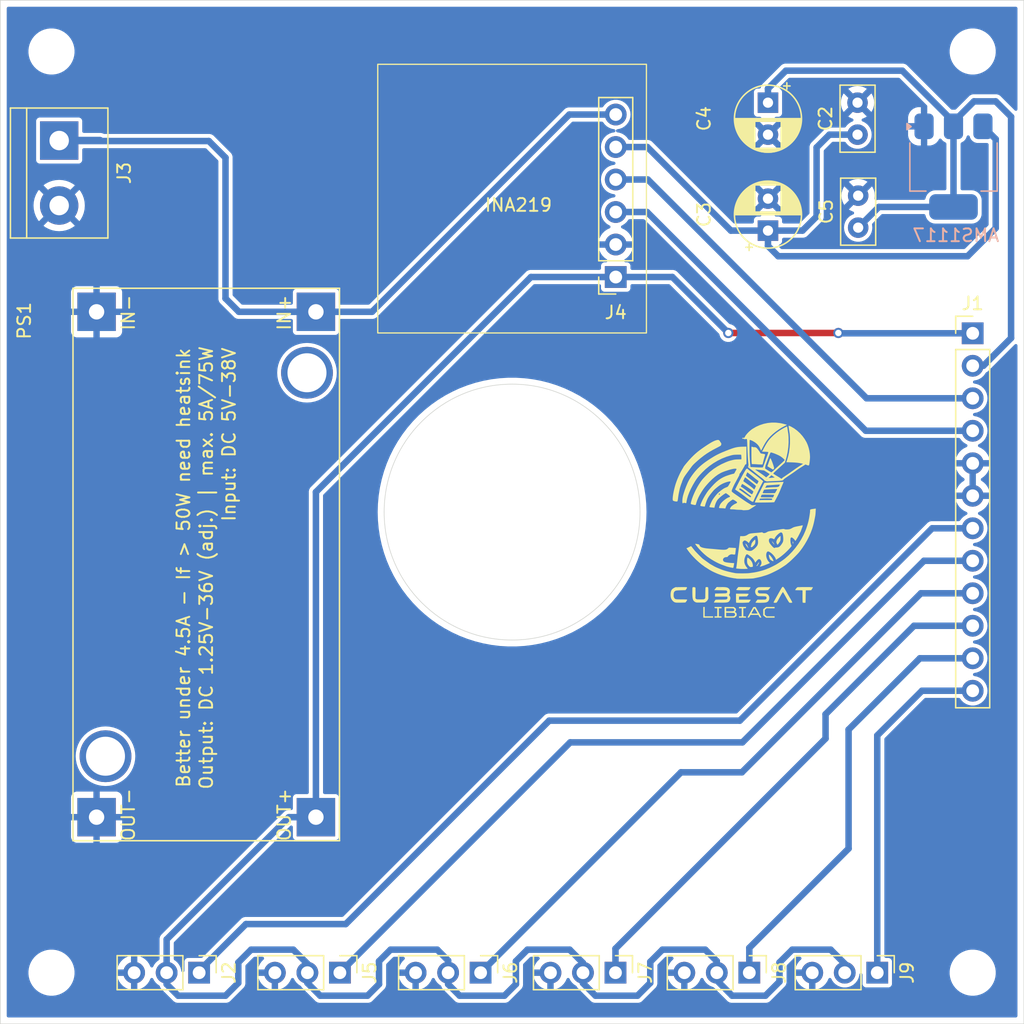
<source format=kicad_pcb>
(kicad_pcb (version 20240108) (generator "pcbnew") (generator_version "8.0")
  (layers (0 "F.Cu" signal) (31 "B.Cu" signal) (34 "B.Paste" user) (35 "F.Paste" user) (36 "B.SilkS" user "B.Silkscreen") (37 "F.SilkS" user "F.Silkscreen") (38 "B.Mask" user) (39 "F.Mask" user) (44 "Edge.Cuts" user))
  (net 0 "")
  (net 1 "VIN-")
  (net 2 "GND")
  (net 3 "3.3V")
  (net 4 "Vin+")
  (net 5 "5V")
  (net 6 "SCL")
  (net 7 "SDA")
  (net 8 "Motor 4")
  (net 9 "Motor 3")
  (net 10 "Motor 6")
  (net 11 "Motor 2")
  (net 12 "Motor 1")
  (net 13 "Motor 5")
  (footprint "MountingHole:MountingHole_3.2mm_M3_ISO14580" (layer "F.Cu") (at 114 126)
    (property "Reference" "H3" (hide yes))
    (property "Value" "M3" (hide yes))
    (pad "" np_thru_hole circle (at 0 0) (size 3.2 3.2) (drill 3.2) (layers "*.Cu" "*.Mask"))
  )
  (footprint "Connector_PinHeader_2.54mm:PinHeader_1x12_P2.54mm_Vertical" (layer "F.Cu") (at 186 76.025)
    (property "Reference" "J1" (at 0 -2.33 0) (layer "F.SilkS"))
    (property "Value" "MBoard")
    (pad "1" thru_hole rect (at 0 0) (size 1.7 1.7) (drill 1) (layers "*.Cu" "*.Mask") (net 5 "5V"))
    (pad "2" thru_hole oval (at 0 2.54) (size 1.7 1.7) (drill 1) (layers "*.Cu" "*.Mask") (net 3 "3.3V"))
    (pad "3" thru_hole oval (at 0 5.08) (size 1.7 1.7) (drill 1) (layers "*.Cu" "*.Mask") (net 7 "SDA"))
    (pad "4" thru_hole oval (at 0 7.62) (size 1.7 1.7) (drill 1) (layers "*.Cu" "*.Mask") (net 6 "SCL"))
    (pad "5" thru_hole oval (at 0 10.16) (size 1.7 1.7) (drill 1) (layers "*.Cu" "*.Mask") (net 2 "GND"))
    (pad "6" thru_hole oval (at 0 12.7) (size 1.7 1.7) (drill 1) (layers "*.Cu" "*.Mask") (net 2 "GND"))
    (pad "7" thru_hole oval (at 0 15.24) (size 1.7 1.7) (drill 1) (layers "*.Cu" "*.Mask") (net 12 "Motor 1"))
    (pad "8" thru_hole oval (at 0 17.78) (size 1.7 1.7) (drill 1) (layers "*.Cu" "*.Mask") (net 11 "Motor 2"))
    (pad "9" thru_hole oval (at 0 20.32) (size 1.7 1.7) (drill 1) (layers "*.Cu" "*.Mask") (net 9 "Motor 3"))
    (pad "10" thru_hole oval (at 0 22.86) (size 1.7 1.7) (drill 1) (layers "*.Cu" "*.Mask") (net 8 "Motor 4"))
    (pad "11" thru_hole oval (at 0 25.4) (size 1.7 1.7) (drill 1) (layers "*.Cu" "*.Mask") (net 13 "Motor 5"))
    (pad "12" thru_hole oval (at 0 27.94) (size 1.7 1.7) (drill 1) (layers "*.Cu" "*.Mask") (net 10 "Motor 6"))
  )
  (footprint "Libiac_lib:XL4005_DC-DC" (layer "F.Cu") (at 115.681 72.505 -90)
    (property "Reference" "PS1" (at 2.54 3.81 90) (layer "F.SilkS"))
    (property "Value" "XL4005_DC-DC")
    (fp_text user "Output: DC 1.25V-36V (adj.) | max. 5A/75W" (at 21.844 -10.414 90) (layer "F.SilkS"))
    (fp_text user "IN+" (at 1.905 -16.51 90) (layer "F.SilkS"))
    (fp_text user "OUT+" (at 41.148 -16.51 90) (layer "F.SilkS"))
    (fp_text user "Input: DC 5V-38V" (at 11.43 -12.192 90) (layer "F.SilkS"))
    (fp_text user "Better under 4.5A - If > 50W need heatsink" (at 21.844 -8.636 90) (layer "F.SilkS"))
    (fp_text user "IN-" (at 1.905 -4.318 90) (layer "F.SilkS"))
    (fp_text user "OUT-" (at 41.148 -4.318 90) (layer "F.SilkS"))
    (pad "" thru_hole circle (at 6.604 -18.288 270) (size 4.048 4.048) (drill 3.048) (layers "*.Cu" "*.Mask"))
    (pad "" thru_hole circle (at 36.576 -2.54 270) (size 4.048 4.048) (drill 3.048) (layers "*.Cu" "*.Mask"))
    (pad "1" thru_hole rect (at 1.8415 -18.9865 270) (size 3 3) (drill 1.2) (layers "*.Cu" "*.Mask") (net 4 "Vin+"))
    (pad "2" thru_hole rect (at 1.8415 -1.8415 270) (size 3 3) (drill 1.2) (layers "*.Cu" "*.Mask") (net 2 "GND"))
    (pad "3" thru_hole rect (at 41.3385 -18.9865 270) (size 3 3) (drill 1.2) (layers "*.Cu" "*.Mask") (net 5 "5V"))
    (pad "4" thru_hole rect (at 41.3385 -1.8415 270) (size 3 3) (drill 1.2) (layers "*.Cu" "*.Mask") (net 2 "GND"))
  )
  (footprint "Capacitor_THT:CP_Radial_D5.0mm_P2.50mm" (layer "F.Cu") (at 170 68 90)
    (property "Reference" "C3" (at 1.25 -5 90) (layer "F.SilkS"))
    (property "Value" "10uF")
    (pad "1" thru_hole rect (at 0 0 90) (size 1.6 1.6) (drill 0.8) (layers "*.Cu" "*.Mask") (net 1 "VIN-"))
    (pad "2" thru_hole circle (at 2.5 0 90) (size 1.6 1.6) (drill 0.8) (layers "*.Cu" "*.Mask") (net 2 "GND"))
  )
  (footprint "Connector_PinHeader_2.54mm:PinHeader_1x03_P2.54mm_Vertical" (layer "F.Cu") (at 158.08 126 -90)
    (property "Reference" "J7" (at 0 -2.33 90) (layer "F.SilkS"))
    (property "Value" "SERVO4")
    (pad "1" thru_hole rect (at 0 0 270) (size 1.7 1.7) (drill 1) (layers "*.Cu" "*.Mask") (net 8 "Motor 4"))
    (pad "2" thru_hole oval (at 0 2.54 270) (size 1.7 1.7) (drill 1) (layers "*.Cu" "*.Mask") (net 5 "5V"))
    (pad "3" thru_hole oval (at 0 5.08 270) (size 1.7 1.7) (drill 1) (layers "*.Cu" "*.Mask") (net 2 "GND"))
  )
  (footprint "Libiac:Libiac" (layer "F.Cu") (at 168 91)
    (property "Reference" "G***" (hide yes))
    (property "Value" "LOGO" (hide yes))
  )
  (footprint "Capacitor_THT:C_Disc_D5.0mm_W2.5mm_P2.50mm" (layer "F.Cu") (at 177 60.5 90)
    (property "Reference" "C2" (at 1.25 -2.5 90) (layer "F.SilkS"))
    (property "Value" "100nF")
    (pad "1" thru_hole circle (at 0 0 90) (size 1.6 1.6) (drill 0.8) (layers "*.Cu" "*.Mask") (net 1 "VIN-"))
    (pad "2" thru_hole circle (at 2.5 0 90) (size 1.6 1.6) (drill 0.8) (layers "*.Cu" "*.Mask") (net 2 "GND"))
  )
  (footprint "Connector_PinHeader_2.54mm:PinHeader_1x03_P2.54mm_Vertical" (layer "F.Cu") (at 147.54 126 -90)
    (property "Reference" "J6" (at 0 -2.33 90) (layer "F.SilkS"))
    (property "Value" "SERVO3")
    (pad "1" thru_hole rect (at 0 0 270) (size 1.7 1.7) (drill 1) (layers "*.Cu" "*.Mask") (net 9 "Motor 3"))
    (pad "2" thru_hole oval (at 0 2.54 270) (size 1.7 1.7) (drill 1) (layers "*.Cu" "*.Mask") (net 5 "5V"))
    (pad "3" thru_hole oval (at 0 5.08 270) (size 1.7 1.7) (drill 1) (layers "*.Cu" "*.Mask") (net 2 "GND"))
  )
  (footprint "TerminalBlock:TerminalBlock_bornier-2_P5.08mm" (layer "F.Cu") (at 114.6 60.96 -90)
    (property "Reference" "J3" (at 2.54 -5.08 90) (layer "F.SilkS"))
    (property "Value" "PWR")
    (pad "1" thru_hole rect (at 0 0 270) (size 3 3) (drill 1.52) (layers "*.Cu" "*.Mask") (net 4 "Vin+"))
    (pad "2" thru_hole circle (at 5.08 0 270) (size 3 3) (drill 1.52) (layers "*.Cu" "*.Mask") (net 2 "GND"))
  )
  (footprint "MountingHole:MountingHole_3.2mm_M3_ISO14580" (layer "F.Cu") (at 186 126)
    (property "Reference" "H4" (hide yes))
    (property "Value" "M4" (hide yes))
    (pad "" np_thru_hole circle (at 0 0) (size 3.2 3.2) (drill 3.2) (layers "*.Cu" "*.Mask"))
  )
  (footprint "Capacitor_THT:C_Disc_D5.0mm_W2.5mm_P2.50mm" (layer "F.Cu") (at 177.0486 67.7676 90)
    (property "Reference" "C5" (at 1.25 -2.5 90) (layer "F.SilkS"))
    (property "Value" "100nF")
    (pad "1" thru_hole circle (at 0 0 90) (size 1.6 1.6) (drill 0.8) (layers "*.Cu" "*.Mask") (net 3 "3.3V"))
    (pad "2" thru_hole circle (at 2.5 0 90) (size 1.6 1.6) (drill 0.8) (layers "*.Cu" "*.Mask") (net 2 "GND"))
  )
  (footprint "Capacitor_THT:CP_Radial_D5.0mm_P2.50mm" (layer "F.Cu") (at 170 58 -90)
    (property "Reference" "C4" (at 1.25 5 90) (layer "F.SilkS"))
    (property "Value" "10uF")
    (pad "1" thru_hole rect (at 0 0 270) (size 1.6 1.6) (drill 0.8) (layers "*.Cu" "*.Mask") (net 3 "3.3V"))
    (pad "2" thru_hole circle (at 2.5 0 270) (size 1.6 1.6) (drill 0.8) (layers "*.Cu" "*.Mask") (net 2 "GND"))
  )
  (footprint "Connector_PinSocket_2.54mm:PinSocket_1x06_P2.54mm_Vertical" (layer "F.Cu") (at 158.100946 71.627333 180)
    (property "Reference" "J4" (at 0 -2.77 360) (layer "F.SilkS"))
    (property "Value" "INA219" (at 7.600946 5.627333 360) (layer "F.SilkS"))
    (pad "1" thru_hole rect (at 0 0 180) (size 1.7 1.7) (drill 1) (layers "*.Cu" "*.Mask") (net 5 "5V"))
    (pad "2" thru_hole oval (at 0 2.54 180) (size 1.7 1.7) (drill 1) (layers "*.Cu" "*.Mask") (net 2 "GND"))
    (pad "3" thru_hole oval (at 0 5.08 180) (size 1.7 1.7) (drill 1) (layers "*.Cu" "*.Mask") (net 6 "SCL"))
    (pad "4" thru_hole oval (at 0 7.62 180) (size 1.7 1.7) (drill 1) (layers "*.Cu" "*.Mask") (net 7 "SDA"))
    (pad "5" thru_hole oval (at 0 10.16 180) (size 1.7 1.7) (drill 1) (layers "*.Cu" "*.Mask") (net 1 "VIN-"))
    (pad "6" thru_hole oval (at 0 12.7 180) (size 1.7 1.7) (drill 1) (layers "*.Cu" "*.Mask") (net 4 "Vin+"))
  )
  (footprint "MountingHole:MountingHole_3.2mm_M3_ISO14580" (layer "F.Cu") (at 114 54)
    (property "Reference" "H1" (hide yes))
    (property "Value" "M1" (hide yes))
    (pad "" np_thru_hole circle (at 0 0) (size 3.2 3.2) (drill 3.2) (layers "*.Cu" "*.Mask"))
  )
  (footprint "Connector_PinHeader_2.54mm:PinHeader_1x03_P2.54mm_Vertical" (layer "F.Cu") (at 125.54 126 -90)
    (property "Reference" "J2" (at 0 -2.33 90) (layer "F.SilkS"))
    (property "Value" "SERVO1")
    (pad "1" thru_hole rect (at 0 0 270) (size 1.7 1.7) (drill 1) (layers "*.Cu" "*.Mask") (net 12 "Motor 1"))
    (pad "2" thru_hole oval (at 0 2.54 270) (size 1.7 1.7) (drill 1) (layers "*.Cu" "*.Mask") (net 5 "5V"))
    (pad "3" thru_hole oval (at 0 5.08 270) (size 1.7 1.7) (drill 1) (layers "*.Cu" "*.Mask") (net 2 "GND"))
  )
  (footprint "MountingHole:MountingHole_3.2mm_M3_ISO14580" (layer "F.Cu") (at 186 54)
    (property "Reference" "H2" (hide yes))
    (property "Value" "M2" (hide yes))
    (pad "" np_thru_hole circle (at 0 0) (size 3.2 3.2) (drill 3.2) (layers "*.Cu" "*.Mask"))
  )
  (footprint "Connector_PinHeader_2.54mm:PinHeader_1x03_P2.54mm_Vertical" (layer "F.Cu") (at 136.54 126 -90)
    (property "Reference" "J5" (at 0 -2.33 90) (layer "F.SilkS"))
    (property "Value" "SERVO2")
    (pad "1" thru_hole rect (at 0 0 270) (size 1.7 1.7) (drill 1) (layers "*.Cu" "*.Mask") (net 11 "Motor 2"))
    (pad "2" thru_hole oval (at 0 2.54 270) (size 1.7 1.7) (drill 1) (layers "*.Cu" "*.Mask") (net 5 "5V"))
    (pad "3" thru_hole oval (at 0 5.08 270) (size 1.7 1.7) (drill 1) (layers "*.Cu" "*.Mask") (net 2 "GND"))
  )
  (footprint "Connector_PinHeader_2.54mm:PinHeader_1x03_P2.54mm_Vertical" (layer "F.Cu") (at 178.54 126 -90)
    (property "Reference" "J9" (at 0 -2.33 90) (layer "F.SilkS"))
    (property "Value" "SERVO6")
    (pad "1" thru_hole rect (at 0 0 270) (size 1.7 1.7) (drill 1) (layers "*.Cu" "*.Mask") (net 10 "Motor 6"))
    (pad "2" thru_hole oval (at 0 2.54 270) (size 1.7 1.7) (drill 1) (layers "*.Cu" "*.Mask") (net 5 "5V"))
    (pad "3" thru_hole oval (at 0 5.08 270) (size 1.7 1.7) (drill 1) (layers "*.Cu" "*.Mask") (net 2 "GND"))
  )
  (footprint "Connector_PinHeader_2.54mm:PinHeader_1x03_P2.54mm_Vertical" (layer "F.Cu") (at 168.54 126 -90)
    (property "Reference" "J8" (at 0 -2.33 90) (layer "F.SilkS"))
    (property "Value" "SERVO5")
    (pad "1" thru_hole rect (at 0 0 270) (size 1.7 1.7) (drill 1) (layers "*.Cu" "*.Mask") (net 13 "Motor 5"))
    (pad "2" thru_hole oval (at 0 2.54 270) (size 1.7 1.7) (drill 1) (layers "*.Cu" "*.Mask") (net 5 "5V"))
    (pad "3" thru_hole oval (at 0 5.08 270) (size 1.7 1.7) (drill 1) (layers "*.Cu" "*.Mask") (net 2 "GND"))
  )
  (footprint "Package_TO_SOT_SMD:SOT-223-3_TabPin2" (layer "B.Cu") (at 184.5 63 -90)
    (property "Reference" "U2")
    (property "Value" "AMS1117" (at 5.369852 -0.182217 360) (layer "B.SilkS") (effects (justify mirror)))
    (pad "1" smd roundrect (at -3.15 2.3 270) (size 2 1.5) (layers "B.Cu" "B.Paste" "B.Mask") (net 2 "GND"))
    (pad "2" smd roundrect (at -3.15 0 270) (size 2 1.5) (layers "B.Cu" "B.Paste" "B.Mask") (net 3 "3.3V"))
    (pad "2" smd roundrect (at 3.15 0 270) (size 2 3.8) (layers "B.Cu" "B.Paste" "B.Mask") (net 3 "3.3V"))
    (pad "3" smd roundrect (at -3.15 -2.3 270) (size 2 1.5) (layers "B.Cu" "B.Paste" "B.Mask") (net 1 "VIN-"))
  )
  (gr_rect (start 160.5 76) (end 139.5 55) (stroke (width 0.1)) (fill none) (layer "F.SilkS"))
  (gr_rect (start 110 50) (end 190 130) (stroke (width 0.05)) (fill none) (layer "Edge.Cuts"))
  (gr_circle (center 150 90) (end 160 90) (stroke (width 0.05)) (fill none) (layer "Edge.Cuts"))
  (segment (start 158.100946 61.467333) (end 160.567333 61.467333) (width 0.508) (layer "B.Cu") (net 1))
  (segment (start 170.8 70) (end 185.6 70) (width 0.508) (layer "B.Cu") (net 1))
  (segment (start 172.7 68) (end 170 68) (width 0.508) (layer "B.Cu") (net 1))
  (segment (start 187.8 67.8) (end 187.8 60.85) (width 0.508) (layer "B.Cu") (net 1))
  (segment (start 174.8 60.5) (end 173.8 61.5) (width 0.508) (layer "B.Cu") (net 1))
  (segment (start 170 69.2) (end 170.8 70) (width 0.508) (layer "B.Cu") (net 1))
  (segment (start 177 60.5) (end 174.8 60.5) (width 0.508) (layer "B.Cu") (net 1))
  (segment (start 173.8 66.9) (end 172.7 68) (width 0.508) (layer "B.Cu") (net 1))
  (segment (start 173.8 61.5) (end 173.8 66.9) (width 0.508) (layer "B.Cu") (net 1))
  (segment (start 167.1 68) (end 170 68) (width 0.508) (layer "B.Cu") (net 1))
  (segment (start 170 68) (end 170 69.2) (width 0.508) (layer "B.Cu") (net 1))
  (segment (start 185.6 70) (end 187.8 67.8) (width 0.508) (layer "B.Cu") (net 1))
  (segment (start 187.8 60.85) (end 186.8 59.85) (width 0.508) (layer "B.Cu") (net 1))
  (segment (start 160.567333 61.467333) (end 167.1 68) (width 0.508) (layer "B.Cu") (net 1))
  (segment (start 171.4 55.5) (end 170 56.9) (width 0.508) (layer "B.Cu") (net 3))
  (segment (start 184.5 59.5) (end 186.1 57.9) (width 0.508) (layer "B.Cu") (net 3))
  (segment (start 184.5 66.15) (end 178.6662 66.15) (width 0.508) (layer "B.Cu") (net 3))
  (segment (start 189 76.4) (end 186.835 78.565) (width 0.508) (layer "B.Cu") (net 3))
  (segment (start 184.5 59.85) (end 184.5 59.5) (width 0.508) (layer "B.Cu") (net 3))
  (segment (start 184.5 59.85) (end 184.5 66.15) (width 0.508) (layer "B.Cu") (net 3))
  (segment (start 184.5 59.5) (end 180.5 55.5) (width 0.508) (layer "B.Cu") (net 3))
  (segment (start 187.8 57.9) (end 189 59.1) (width 0.508) (layer "B.Cu") (net 3))
  (segment (start 186.1 57.9) (end 187.8 57.9) (width 0.508) (layer "B.Cu") (net 3))
  (segment (start 170 56.9) (end 170 58) (width 0.508) (layer "B.Cu") (net 3))
  (segment (start 180.5 55.5) (end 171.4 55.5) (width 0.508) (layer "B.Cu") (net 3))
  (segment (start 189 59.1) (end 189 76.4) (width 0.508) (layer "B.Cu") (net 3))
  (segment (start 186.835 78.565) (end 186 78.565) (width 0.508) (layer "B.Cu") (net 3))
  (segment (start 178.6662 66.15) (end 177.0486 67.7676) (width 0.508) (layer "B.Cu") (net 3))
  (segment (start 134.6675 74.3465) (end 128.6465 74.3465) (width 0.508) (layer "B.Cu") (net 4))
  (segment (start 154.472667 58.927333) (end 139.0535 74.3465) (width 0.508) (layer "B.Cu") (net 4))
  (segment (start 127.6 73.3) (end 127.6 62.3) (width 0.508) (layer "B.Cu") (net 4))
  (segment (start 114.6 60.96) (end 114.64 60.92) (width 0.508) (layer "B.Cu") (net 4))
  (segment (start 127.6 62.3) (end 126.3 61) (width 0.508) (layer "B.Cu") (net 4))
  (segment (start 126.3 61) (end 114.64 61) (width 0.508) (layer "B.Cu") (net 4))
  (segment (start 158.100946 58.927333) (end 154.472667 58.927333) (width 0.508) (layer "B.Cu") (net 4))
  (segment (start 128.6465 74.3465) (end 127.6 73.3) (width 0.508) (layer "B.Cu") (net 4))
  (segment (start 114.64 61) (end 114.6 60.96) (width 0.508) (layer "B.Cu") (net 4))
  (segment (start 114.64 60.92) (end 117.8 60.92) (width 0.508) (layer "B.Cu") (net 4))
  (segment (start 139.0535 74.3465) (end 134.6675 74.3465) (width 0.508) (layer "B.Cu") (net 4))
  (segment (start 175.5 76) (end 166.9 76) (width 0.508) (layer "F.Cu") (net 5))
  (via (at 166.9 76) (size 0.8) (drill 0.5) (layers "F.Cu" "B.Cu") (net 5))
  (via (at 175.5 76) (size 0.8) (drill 0.5) (layers "F.Cu" "B.Cu") (net 5))
  (segment (start 150.3 125.1) (end 150.3 126.9) (width 0.508) (layer "B.Cu") (net 5))
  (segment (start 151.472667 71.627333) (end 134.6675 88.4325) (width 0.508) (layer "B.Cu") (net 5))
  (segment (start 134 126.8) (end 134 126) (width 0.508) (layer "B.Cu") (net 5))
  (segment (start 128.6 126.8) (end 127.6 127.8) (width 0.508) (layer "B.Cu") (net 5))
  (segment (start 165.1 124.2) (end 161.75 124.2) (width 0.508) (layer "B.Cu") (net 5))
  (segment (start 166 125.1) (end 165.1 124.2) (width 0.508) (layer "B.Cu") (net 5))
  (segment (start 145 125.05) (end 144.15 124.2) (width 0.508) (layer "B.Cu") (net 5))
  (segment (start 167.2 127.8) (end 166 126.6) (width 0.508) (layer "B.Cu") (net 5))
  (segment (start 159.8 127.8) (end 156.52 127.8) (width 0.508) (layer "B.Cu") (net 5))
  (segment (start 132.9 124.2) (end 129.6 124.2) (width 0.508) (layer "B.Cu") (net 5))
  (segment (start 155.54 125.24) (end 154.5 124.2) (width 0.508) (layer "B.Cu") (net 5))
  (segment (start 135 127.8) (end 134 126.8) (width 0.508) (layer "B.Cu") (net 5))
  (segment (start 145 126.9) (end 145 126) (width 0.508) (layer "B.Cu") (net 5))
  (segment (start 166.9 76) (end 162.527333 71.627333) (width 0.508) (layer "B.Cu") (net 5))
  (segment (start 129.6 124.2) (end 128.6 125.2) (width 0.508) (layer "B.Cu") (net 5))
  (segment (start 139.6 126.9) (end 138.7 127.8) (width 0.508) (layer "B.Cu") (net 5))
  (segment (start 132.5565 113.8435) (end 134.6675 113.8435) (width 0.508) (layer "B.Cu") (net 5))
  (segment (start 166 126.6) (end 166 126) (width 0.508) (layer "B.Cu") (net 5))
  (segment (start 176 126) (end 176 125.3) (width 0.508) (layer "B.Cu") (net 5))
  (segment (start 176 125.3) (end 174.9 124.2) (width 0.508) (layer "B.Cu") (net 5))
  (segment (start 171.9 124.2) (end 170.9 125.2) (width 0.508) (layer "B.Cu") (net 5))
  (segment (start 151.2 124.2) (end 150.3 125.1) (width 0.508) (layer "B.Cu") (net 5))
  (segment (start 139.6 125.1) (end 139.6 126.9) (width 0.508) (layer "B.Cu") (net 5))
  (segment (start 149.4 127.8) (end 145.9 127.8) (width 0.508) (layer "B.Cu") (net 5))
  (segment (start 134.6675 88.4325) (end 134.6675 113.8435) (width 0.508) (layer "B.Cu") (net 5))
  (segment (start 169.8 127.8) (end 167.2 127.8) (width 0.508) (layer "B.Cu") (net 5))
  (segment (start 145.9 127.8) (end 145 126.9) (width 0.508) (layer "B.Cu") (net 5))
  (segment (start 140.5 124.2) (end 139.6 125.1) (width 0.508) (layer "B.Cu") (net 5))
  (segment (start 156.52 127.8) (end 155.54 126.82) (width 0.508) (layer "B.Cu") (net 5))
  (segment (start 150.3 126.9) (end 149.4 127.8) (width 0.508) (layer "B.Cu") (net 5))
  (segment (start 145 126) (end 145 125.05) (width 0.508) (layer "B.Cu") (net 5))
  (segment (start 170.9 126.7) (end 169.8 127.8) (width 0.508) (layer "B.Cu") (net 5))
  (segment (start 170.9 125.2) (end 170.9 126.7) (width 0.508) (layer "B.Cu") (net 5))
  (segment (start 134 125.3) (end 132.9 124.2) (width 0.508) (layer "B.Cu") (net 5))
  (segment (start 123 123.4) (end 132.5565 113.8435) (width 0.508) (layer "B.Cu") (net 5))
  (segment (start 155.54 126.82) (end 155.54 126) (width 0.508) (layer "B.Cu") (net 5))
  (segment (start 174.9 124.2) (end 171.9 124.2) (width 0.508) (layer "B.Cu") (net 5))
  (segment (start 162.527333 71.627333) (end 158.100946 71.627333) (width 0.508) (layer "B.Cu") (net 5))
  (segment (start 175.525 76.025) (end 175.5 76) (width 0.508) (layer "B.Cu") (net 5))
  (segment (start 123.9 127.8) (end 123 126.9) (width 0.508) (layer "B.Cu") (net 5))
  (segment (start 158.100946 71.627333) (end 151.472667 71.627333) (width 0.508) (layer "B.Cu") (net 5))
  (segment (start 166 126) (end 166 125.1) (width 0.508) (layer "B.Cu") (net 5))
  (segment (start 160.8 126.8) (end 159.8 127.8) (width 0.508) (layer "B.Cu") (net 5))
  (segment (start 144.15 124.2) (end 140.5 124.2) (width 0.508) (layer "B.Cu") (net 5))
  (segment (start 161.75 124.2) (end 160.8 125.15) (width 0.508) (layer "B.Cu") (net 5))
  (segment (start 160.8 125.15) (end 160.8 126.8) (width 0.508) (layer "B.Cu") (net 5))
  (segment (start 155.54 126) (end 155.54 125.24) (width 0.508) (layer "B.Cu") (net 5))
  (segment (start 127.6 127.8) (end 123.9 127.8) (width 0.508) (layer "B.Cu") (net 5))
  (segment (start 123 126.9) (end 123 126) (width 0.508) (layer "B.Cu") (net 5))
  (segment (start 186 76.025) (end 175.525 76.025) (width 0.508) (layer "B.Cu") (net 5))
  (segment (start 154.5 124.2) (end 151.2 124.2) (width 0.508) (layer "B.Cu") (net 5))
  (segment (start 128.6 125.2) (end 128.6 126.8) (width 0.508) (layer "B.Cu") (net 5))
  (segment (start 123 126) (end 123 123.4) (width 0.508) (layer "B.Cu") (net 5))
  (segment (start 134 126) (end 134 125.3) (width 0.508) (layer "B.Cu") (net 5))
  (segment (start 138.7 127.8) (end 135 127.8) (width 0.508) (layer "B.Cu") (net 5))
  (segment (start 158.100946 66.547333) (end 160.547333 66.547333) (width 0.508) (layer "B.Cu") (net 6))
  (segment (start 177.645 83.645) (end 186 83.645) (width 0.508) (layer "B.Cu") (net 6))
  (segment (start 160.547333 66.547333) (end 177.645 83.645) (width 0.508) (layer "B.Cu") (net 6))
  (segment (start 158.100946 64.007333) (end 160.607333 64.007333) (width 0.508) (layer "B.Cu") (net 7))
  (segment (start 177.705 81.105) (end 186 81.105) (width 0.508) (layer "B.Cu") (net 7))
  (segment (start 160.607333 64.007333) (end 177.705 81.105) (width 0.508) (layer "B.Cu") (net 7))
  (segment (start 181.415 98.885) (end 186 98.885) (width 0.508) (layer "B.Cu") (net 8))
  (segment (start 158.08 124.12) (end 174.5 107.7) (width 0.508) (layer "B.Cu") (net 8))
  (segment (start 174.5 107.7) (end 174.5 105.8) (width 0.508) (layer "B.Cu") (net 8))
  (segment (start 174.5 105.8) (end 181.415 98.885) (width 0.508) (layer "B.Cu") (net 8))
  (segment (start 158.08 126) (end 158.08 124.12) (width 0.508) (layer "B.Cu") (net 8))
  (segment (start 167.96 110.34) (end 181.955 96.345) (width 0.508) (layer "B.Cu") (net 9))
  (segment (start 181.955 96.345) (end 186 96.345) (width 0.508) (layer "B.Cu") (net 9))
  (segment (start 163.2 110.34) (end 167.96 110.34) (width 0.508) (layer "B.Cu") (net 9))
  (segment (start 147.54 126) (end 163.2 110.34) (width 0.508) (layer "B.Cu") (net 9))
  (segment (start 182.035 103.965) (end 186 103.965) (width 0.508) (layer "B.Cu") (net 10))
  (segment (start 178.54 107.46) (end 182.035 103.965) (width 0.508) (layer "B.Cu") (net 10))
  (segment (start 178.54 126) (end 178.54 107.46) (width 0.508) (layer "B.Cu") (net 10))
  (segment (start 182.195 93.805) (end 186 93.805) (width 0.508) (layer "B.Cu") (net 11))
  (segment (start 168 108) (end 182.195 93.805) (width 0.508) (layer "B.Cu") (net 11))
  (segment (start 136.54 126) (end 154.54 108) (width 0.508) (layer "B.Cu") (net 11))
  (segment (start 154.54 108) (end 168 108) (width 0.508) (layer "B.Cu") (net 11))
  (segment (start 125.54 125.86) (end 129.2 122.2) (width 0.508) (layer "B.Cu") (net 12))
  (segment (start 152.9 106.3) (end 167.8 106.3) (width 0.508) (layer "B.Cu") (net 12))
  (segment (start 167.8 106.3) (end 182.835 91.265) (width 0.508) (layer "B.Cu") (net 12))
  (segment (start 137 122.2) (end 152.9 106.3) (width 0.508) (layer "B.Cu") (net 12))
  (segment (start 182.835 91.265) (end 186 91.265) (width 0.508) (layer "B.Cu") (net 12))
  (segment (start 125.54 126) (end 125.54 125.86) (width 0.508) (layer "B.Cu") (net 12))
  (segment (start 129.2 122.2) (end 137 122.2) (width 0.508) (layer "B.Cu") (net 12))
  (segment (start 168.54 124.06) (end 176.3 116.3) (width 0.508) (layer "B.Cu") (net 13))
  (segment (start 168.54 126) (end 168.54 124.06) (width 0.508) (layer "B.Cu") (net 13))
  (segment (start 176.3 116.3) (end 176.3 107) (width 0.508) (layer "B.Cu") (net 13))
  (segment (start 181.875 101.425) (end 186 101.425) (width 0.508) (layer "B.Cu") (net 13))
  (segment (start 176.3 107) (end 181.875 101.425) (width 0.508) (layer "B.Cu") (net 13))
  (zone (net 2) (net_name "GND") (layer "B.Cu") (connect_pads (clearance 0.3)) (min_thickness 0.25) (fill yes (thermal_gap 0.5) (thermal_bridge_width 0.5))
    (polygon (pts (xy 110 50) (xy 190 50) (xy 190 130) (xy 110 130)))
  )
)
</source>
